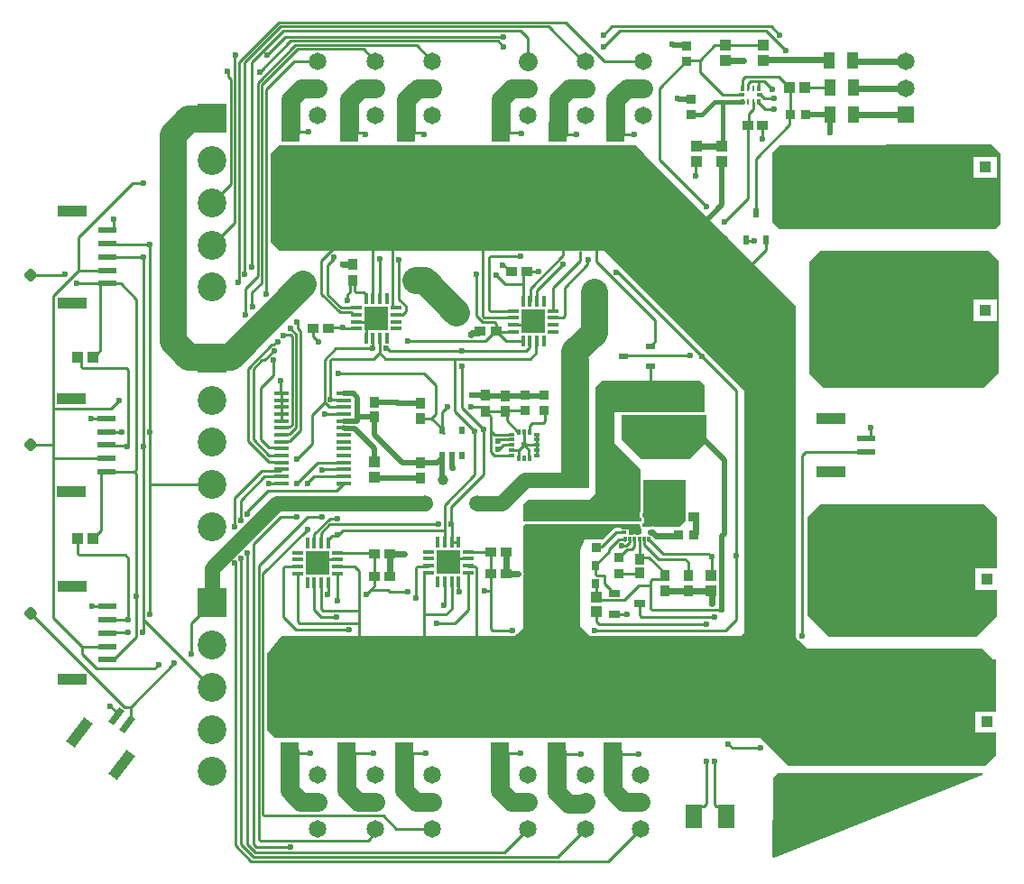
<source format=gtl>
G04*
G04 #@! TF.GenerationSoftware,Altium Limited,Altium Designer,24.1.2 (44)*
G04*
G04 Layer_Physical_Order=1*
G04 Layer_Color=255*
%FSLAX25Y25*%
%MOIN*%
G70*
G04*
G04 #@! TF.SameCoordinates,2D7E79AC-0914-4B2E-807A-CDA8686B17FA*
G04*
G04*
G04 #@! TF.FilePolarity,Positive*
G04*
G01*
G75*
%ADD14C,0.01000*%
%ADD19R,0.11024X0.03937*%
%ADD20R,0.06693X0.02362*%
G04:AMPARAMS|DCode=21|XSize=39.37mil|YSize=110.24mil|CornerRadius=0mil|HoleSize=0mil|Usage=FLASHONLY|Rotation=323.000|XOffset=0mil|YOffset=0mil|HoleType=Round|Shape=Rectangle|*
%AMROTATEDRECTD21*
4,1,4,-0.04889,-0.03217,0.01745,0.05587,0.04889,0.03217,-0.01745,-0.05587,-0.04889,-0.03217,0.0*
%
%ADD21ROTATEDRECTD21*%

G04:AMPARAMS|DCode=22|XSize=23.62mil|YSize=66.93mil|CornerRadius=0mil|HoleSize=0mil|Usage=FLASHONLY|Rotation=323.000|XOffset=0mil|YOffset=0mil|HoleType=Round|Shape=Rectangle|*
%AMROTATEDRECTD22*
4,1,4,-0.02957,-0.01962,0.01071,0.03383,0.02957,0.01962,-0.01071,-0.03383,-0.02957,-0.01962,0.0*
%
%ADD22ROTATEDRECTD22*%

%ADD29R,0.03775X0.03591*%
%ADD30R,0.03961X0.04153*%
%ADD31R,0.04153X0.03961*%
%ADD32R,0.07111X0.07303*%
%ADD34R,0.03773X0.03963*%
%ADD35R,0.03591X0.03775*%
%ADD36R,0.03591X0.04154*%
%ADD37R,0.04154X0.03591*%
%ADD38R,0.03591X0.04453*%
%ADD40R,0.03788X0.03766*%
%ADD41R,0.03150X0.03543*%
%ADD44R,0.06299X0.12598*%
%ADD45R,0.02165X0.03150*%
%ADD46R,0.03812X0.03963*%
%ADD47R,0.03591X0.03970*%
%ADD49R,0.03772X0.03591*%
%ADD50R,0.03961X0.04351*%
%ADD51R,0.03591X0.03772*%
%ADD53R,0.04433X0.03773*%
%ADD69R,0.08661X0.08661*%
%ADD70R,0.04134X0.01378*%
%ADD71R,0.01378X0.04134*%
%ADD72R,0.08661X0.10630*%
%ADD73R,0.02362X0.03347*%
%ADD74R,0.03347X0.02362*%
%ADD75R,0.02480X0.01378*%
%ADD76R,0.01181X0.02284*%
%ADD77R,0.00984X0.02284*%
%ADD78R,0.05906X0.08661*%
%ADD79R,0.03937X0.02756*%
%ADD80R,0.04331X0.03937*%
%ADD81R,0.05807X0.01772*%
%ADD82R,0.11024X0.06299*%
G04:AMPARAMS|DCode=83|XSize=314.96mil|YSize=177.17mil|CornerRadius=44.29mil|HoleSize=0mil|Usage=FLASHONLY|Rotation=0.000|XOffset=0mil|YOffset=0mil|HoleType=Round|Shape=RoundedRectangle|*
%AMROUNDEDRECTD83*
21,1,0.31496,0.08858,0,0,0.0*
21,1,0.22638,0.17717,0,0,0.0*
1,1,0.08858,0.11319,-0.04429*
1,1,0.08858,-0.11319,-0.04429*
1,1,0.08858,-0.11319,0.04429*
1,1,0.08858,0.11319,0.04429*
%
%ADD83ROUNDEDRECTD83*%
%ADD84R,0.01968X0.01181*%
%ADD85R,0.01181X0.01968*%
%ADD86C,0.09843*%
%ADD87C,0.02362*%
%ADD88C,0.01968*%
%ADD89C,0.01575*%
%ADD90C,0.05512*%
%ADD91C,0.07087*%
%ADD92C,0.00500*%
G04:AMPARAMS|DCode=93|XSize=39.37mil|YSize=39.37mil|CornerRadius=9.84mil|HoleSize=0mil|Usage=FLASHONLY|Rotation=112.000|XOffset=0mil|YOffset=0mil|HoleType=Round|Shape=RoundedRectangle|*
%AMROUNDEDRECTD93*
21,1,0.03937,0.01968,0,0,112.0*
21,1,0.01968,0.03937,0,0,112.0*
1,1,0.01968,0.00544,0.01281*
1,1,0.01968,0.01281,-0.00544*
1,1,0.01968,-0.00544,-0.01281*
1,1,0.01968,-0.01281,0.00544*
%
%ADD93ROUNDEDRECTD93*%
G04:AMPARAMS|DCode=94|XSize=39.37mil|YSize=39.37mil|CornerRadius=9.84mil|HoleSize=0mil|Usage=FLASHONLY|Rotation=135.000|XOffset=0mil|YOffset=0mil|HoleType=Round|Shape=RoundedRectangle|*
%AMROUNDEDRECTD94*
21,1,0.03937,0.01968,0,0,135.0*
21,1,0.01968,0.03937,0,0,135.0*
1,1,0.01968,0.00000,0.01392*
1,1,0.01968,0.01392,0.00000*
1,1,0.01968,0.00000,-0.01392*
1,1,0.01968,-0.01392,0.00000*
%
%ADD94ROUNDEDRECTD94*%
G04:AMPARAMS|DCode=95|XSize=39.37mil|YSize=39.37mil|CornerRadius=9.84mil|HoleSize=0mil|Usage=FLASHONLY|Rotation=225.000|XOffset=0mil|YOffset=0mil|HoleType=Round|Shape=RoundedRectangle|*
%AMROUNDEDRECTD95*
21,1,0.03937,0.01968,0,0,225.0*
21,1,0.01968,0.03937,0,0,225.0*
1,1,0.01968,-0.01392,0.00000*
1,1,0.01968,0.00000,0.01392*
1,1,0.01968,0.01392,0.00000*
1,1,0.01968,0.00000,-0.01392*
%
%ADD95ROUNDEDRECTD95*%
G04:AMPARAMS|DCode=96|XSize=39.37mil|YSize=39.37mil|CornerRadius=9.84mil|HoleSize=0mil|Usage=FLASHONLY|Rotation=0.000|XOffset=0mil|YOffset=0mil|HoleType=Round|Shape=RoundedRectangle|*
%AMROUNDEDRECTD96*
21,1,0.03937,0.01968,0,0,0.0*
21,1,0.01968,0.03937,0,0,0.0*
1,1,0.01968,0.00984,-0.00984*
1,1,0.01968,-0.00984,-0.00984*
1,1,0.01968,-0.00984,0.00984*
1,1,0.01968,0.00984,0.00984*
%
%ADD96ROUNDEDRECTD96*%
%ADD97C,0.06496*%
%ADD98C,0.10630*%
%ADD99R,0.10630X0.10630*%
%AMCUSTOMSHAPE100*
4,1,6,-0.03366,0.00551,-0.03642,0.00276,-0.03642,-0.00276,-0.03366,-0.00551,0.03642,-0.00551,0.03642,0.00551,-0.03366,0.00551,0.0*%
%ADD100CUSTOMSHAPE100*%

%AMCUSTOMSHAPE101*
4,1,6,0.03799,-0.00551,0.03799,0.00551,-0.03642,0.00551,-0.03799,0.00394,-0.03799,-0.00394,-0.03642,-0.00551,0.03799,-0.00551,0.0*%
%ADD101CUSTOMSHAPE101*%

%AMCUSTOMSHAPE102*
4,1,6,0.00551,0.00886,-0.00551,0.00886,-0.00551,-0.00728,-0.00394,-0.00886,0.00394,-0.00886,0.00551,-0.00728,0.00551,0.00886,0.0*%
%ADD102CUSTOMSHAPE102*%

%AMCUSTOMSHAPE103*
4,1,6,0.00886,-0.00551,0.00886,0.00551,-0.00728,0.00551,-0.00886,0.00394,-0.00886,-0.00394,-0.00728,-0.00551,0.00886,-0.00551,0.0*%
%ADD103CUSTOMSHAPE103*%

%AMCUSTOMSHAPE104*
4,1,5,-0.00051,-0.00551,-0.00886,0.00284,-0.00886,0.00551,0.00886,0.00551,0.00886,-0.00551,-0.00051,-0.00551,0.0*%
%ADD104CUSTOMSHAPE104*%

%AMCUSTOMSHAPE105*
4,1,6,-0.01968,0.00551,-0.01968,-0.00551,0.01811,-0.00551,0.01968,-0.00394,0.01968,0.00394,0.01811,0.00551,-0.01968,0.00551,0.0*%
%ADD105CUSTOMSHAPE105*%

%AMCUSTOMSHAPE106*
4,1,6,0.01595,-0.00551,0.01870,-0.00276,0.01870,0.00276,0.01595,0.00551,-0.01870,0.00551,-0.01870,-0.00551,0.01595,-0.00551,0.0*%
%ADD106CUSTOMSHAPE106*%

%ADD107R,0.03937X0.03937*%
%ADD108R,0.06496X0.06496*%
%ADD109R,0.03937X0.05906*%
%ADD110C,0.02362*%
%ADD111C,0.05906*%
%ADD112C,0.03937*%
G36*
X107087Y-89173D02*
X107087Y-115157D01*
X105118Y-117126D01*
X25591D01*
X22835Y-114370D01*
Y-88779D01*
X25389Y-86225D01*
X103747Y-85834D01*
X107087Y-89173D01*
D02*
G37*
G36*
X106693Y-129134D02*
X106693Y-170079D01*
X101181Y-175591D01*
X41732D01*
X36614Y-170473D01*
X36614Y-129134D01*
X40551Y-125197D01*
X102756D01*
X106693Y-129134D01*
D02*
G37*
G36*
X-1575Y-195669D02*
X-7874Y-201969D01*
X-25591D01*
X-32677Y-194882D01*
Y-185827D01*
X-1575D01*
Y-195669D01*
D02*
G37*
G36*
X-44882Y-164827D02*
X-44882Y-212598D01*
X-49885Y-212598D01*
X-52756Y-207677D01*
X-50787Y-204921D01*
Y-170079D01*
X-45344Y-164635D01*
X-44882Y-164827D01*
D02*
G37*
G36*
X-3937Y-173228D02*
X-1969Y-175197D01*
X-1969Y-184646D01*
X-35433D01*
Y-196063D01*
X-25727Y-205769D01*
Y-209426D01*
X-25745Y-209452D01*
X-25823Y-209843D01*
Y-221486D01*
X-25878Y-221523D01*
X-26100Y-221854D01*
X-26177Y-222244D01*
Y-223346D01*
X-26100Y-223737D01*
X-25878Y-224067D01*
X-25727Y-224168D01*
Y-225105D01*
X-25788Y-225197D01*
X-32677D01*
X-32715Y-225159D01*
X-46201Y-225074D01*
X-46417Y-224984D01*
X-47284D01*
X-47480Y-225065D01*
X-69291Y-224927D01*
X-69291Y-218898D01*
X-67323Y-216929D01*
X-44882D01*
X-42520Y-214904D01*
Y-175591D01*
X-40157Y-173228D01*
X-3937Y-173228D01*
D02*
G37*
G36*
X-9055Y-220581D02*
X-9240D01*
Y-224989D01*
X-11119Y-226867D01*
X-11405Y-227153D01*
X-14713D01*
Y-227165D01*
X-20259D01*
X-20452Y-227036D01*
X-21303Y-226867D01*
X-21303Y-226867D01*
X-22130D01*
X-22981Y-227036D01*
X-23175Y-227165D01*
X-24748D01*
Y-226850D01*
X-24803Y-226574D01*
Y-225900D01*
X-24712Y-225839D01*
X-24491Y-225508D01*
X-24414Y-225118D01*
Y-224016D01*
X-24491Y-223626D01*
X-24712Y-223295D01*
X-24803Y-223234D01*
Y-209843D01*
X-9055D01*
X-9055Y-220581D01*
D02*
G37*
G36*
X-24409Y-89370D02*
Y-89370D01*
X31496Y-145276D01*
X31496Y-168504D01*
D01*
Y-168508D01*
Y-176772D01*
X31491D01*
X31432Y-267652D01*
X31432D01*
X31777Y-267997D01*
X32009Y-268558D01*
X32623Y-269172D01*
X33184Y-269404D01*
X35827Y-272047D01*
X100394D01*
X104331Y-275984D01*
X105512D01*
Y-295276D01*
X97835D01*
Y-303150D01*
X105512D01*
Y-311417D01*
X101575Y-315354D01*
X28740D01*
X18525Y-305139D01*
X-160655Y-305093D01*
X-163825Y-301923D01*
Y-274172D01*
X-158602Y-267323D01*
X-74176D01*
X-73662Y-267535D01*
X-72795D01*
X-72281Y-267323D01*
X-71993Y-267203D01*
X-71379Y-266590D01*
X-71273Y-266333D01*
X-69291Y-264505D01*
Y-245733D01*
X-69236Y-245600D01*
X-69115Y-245418D01*
X-69072Y-245203D01*
X-68988Y-245001D01*
Y-244782D01*
X-68945Y-244567D01*
X-68988Y-244352D01*
Y-244133D01*
X-69072Y-243931D01*
X-69115Y-243716D01*
X-69236Y-243534D01*
X-69291Y-243401D01*
Y-226772D01*
X-68504Y-225984D01*
X-65745D01*
Y-226079D01*
X-59783D01*
Y-226079D01*
X-59711Y-226008D01*
X-47487Y-226085D01*
X-47484Y-226084D01*
X-47480Y-226085D01*
X-47289Y-226047D01*
X-47096Y-226010D01*
X-47093Y-226008D01*
X-47090Y-226008D01*
X-47081Y-226004D01*
X-46619D01*
X-46591Y-226016D01*
X-46457Y-226042D01*
Y-226181D01*
X-32855D01*
X-32677Y-226217D01*
X-26000D01*
Y-226890D01*
X-25922Y-227280D01*
X-25701Y-227611D01*
X-25615Y-227669D01*
X-25591Y-227705D01*
Y-229766D01*
X-25689Y-229847D01*
X-26791D01*
X-27126Y-229913D01*
X-27461Y-229847D01*
X-28563D01*
X-28898Y-229913D01*
X-29232Y-229847D01*
X-30118D01*
Y-227953D01*
X-30504D01*
X-30539Y-227901D01*
X-30870Y-227680D01*
X-31260Y-227603D01*
X-31962D01*
X-32169Y-227561D01*
X-34938D01*
X-35524Y-227678D01*
X-36020Y-228009D01*
X-39703Y-231693D01*
X-46531D01*
X-48046Y-235710D01*
X-48022Y-263789D01*
X-44488Y-267323D01*
X-43861D01*
X-43347Y-267535D01*
X-42480D01*
X-41966Y-267323D01*
X11417D01*
X12598Y-266142D01*
Y-176772D01*
X-38976Y-125197D01*
X-69132D01*
X-69645Y-124984D01*
X-70513D01*
X-71026Y-125197D01*
X-159055D01*
X-162598Y-121653D01*
Y-89370D01*
X-159449Y-86221D01*
X-27559D01*
X-24409Y-89370D01*
D02*
G37*
G36*
X105905Y-223622D02*
Y-242520D01*
X97835D01*
Y-250394D01*
X105905D01*
Y-260027D01*
X98216Y-267717D01*
X43701D01*
X35827Y-259843D01*
X35827Y-223622D01*
X40551Y-218898D01*
X101181D01*
X105905Y-223622D01*
D02*
G37*
G36*
X100637Y-318610D02*
X23376Y-349515D01*
X22963Y-349232D01*
X23228Y-321654D01*
Y-319685D01*
X24803Y-318110D01*
X100541D01*
X100637Y-318610D01*
D02*
G37*
%LPC*%
G36*
X105827Y-90276D02*
X97165D01*
Y-98150D01*
X105827D01*
Y-90276D01*
D02*
G37*
G36*
Y-143032D02*
X97165D01*
Y-150906D01*
X105827D01*
Y-143032D01*
D02*
G37*
%LPD*%
D14*
X-57930Y-149697D02*
X-54523D01*
X-53937Y-149111D02*
Y-138583D01*
X-54523Y-149697D02*
X-53937Y-149111D01*
X-34277Y-133071D02*
X-33596Y-133752D01*
X-33571D01*
X-34646Y-133071D02*
X-34277D01*
X-33571Y-133752D02*
X-3150Y-164173D01*
X20563Y-43701D02*
X27953Y-51090D01*
X-33465Y-43701D02*
X20563D01*
X27953Y-51181D02*
Y-51090D01*
X-36295Y-42201D02*
X22516D01*
X25591Y-45276D01*
X-39370D02*
X-36295Y-42201D01*
X-39370Y-49606D02*
X-33465Y-43701D01*
X19252Y-49173D02*
X19606Y-49528D01*
X5565Y-49173D02*
X19252D01*
X1696D02*
X5565D01*
X-3900Y-54768D02*
X1696Y-49173D01*
X-41057Y-263161D02*
X-1350D01*
X-42205Y-262013D02*
X-41057Y-263161D01*
X1394Y-260417D02*
X1575Y-260236D01*
X-25398Y-260417D02*
X1394D01*
X-21462Y-257874D02*
X4331D01*
X-22047Y-257288D02*
X-21462Y-257874D01*
X-22047Y-257288D02*
Y-248819D01*
X8055Y-308842D02*
X18464D01*
X6693Y-307480D02*
X8055Y-308842D01*
X57642Y-194390D02*
X58374D01*
X59055Y-193709D01*
Y-190551D01*
X35335Y-199311D02*
X57642D01*
X33858Y-267323D02*
Y-200787D01*
X35335Y-199311D01*
X5512Y-265354D02*
X9449Y-261417D01*
Y-176772D01*
X-3150Y-164173D02*
X9449Y-176772D01*
X-238750Y-134026D02*
X-238583Y-133858D01*
X-250900Y-134026D02*
X-238750D01*
X-251067Y-134193D02*
X-250900Y-134026D01*
X-242791Y-183279D02*
Y-141630D01*
X-233465Y-132303D01*
X-234252Y-137008D02*
X-234035Y-137224D01*
X-224785D01*
X-222638D02*
X-217894D01*
X-224785D02*
X-222638D01*
X-242791Y-196850D02*
Y-183279D01*
Y-201754D02*
Y-196850D01*
X-251067Y-196809D02*
X-242833D01*
X-242791Y-196850D01*
X-221654Y-293307D02*
X-219408Y-295552D01*
Y-297063D02*
Y-295552D01*
X-221654Y-293307D02*
Y-293307D01*
X-216455Y-293702D02*
X-214175D01*
X-251055Y-259102D02*
X-216455Y-293702D01*
X-26264Y-238237D02*
Y-231669D01*
X-18414Y-246457D02*
X-16921Y-244964D01*
X-26182Y-238318D02*
X-22745D01*
X-214175Y-298721D02*
Y-293702D01*
X-215478Y-300025D02*
X-214175Y-298721D01*
Y-293702D02*
X-198031Y-277559D01*
X-232283Y-274016D02*
Y-271240D01*
Y-274016D02*
X-226772Y-279528D01*
X-191732Y-262874D02*
X-184055Y-255197D01*
X-191732Y-274016D02*
Y-262874D01*
X-209449Y-261288D02*
X-184359Y-286378D01*
X-184055D01*
X-232283Y-271240D02*
X-232283Y-271240D01*
X-242791Y-260732D02*
X-232283Y-271240D01*
X-232283Y-271240D02*
X-222638D01*
X-242791Y-260732D02*
Y-201754D01*
X-226772Y-279528D02*
X-205512D01*
X-165354Y-333273D02*
X-164769Y-333858D01*
X-120866D02*
X-116012Y-338713D01*
X-164769Y-333858D02*
X-120866D01*
X-165354Y-333273D02*
Y-244488D01*
X-56602Y-349213D02*
X-46102Y-338713D01*
X-168898Y-349213D02*
X-56602D01*
X-173622Y-344488D02*
X-168898Y-349213D01*
X-116012Y-338713D02*
X-102679D01*
X-171260Y-344488D02*
X-168291Y-347457D01*
X-167918Y-345276D02*
X-155118D01*
X-166929Y-342375D02*
Y-241339D01*
X-168291Y-347457D02*
X-76068D01*
X-166343Y-342961D02*
X-126425D01*
X-166929Y-342375D02*
X-166343Y-342961D01*
X-76068Y-347457D02*
X-67324Y-338713D01*
X-126425Y-342961D02*
X-125396Y-341931D01*
X-82968Y-184338D02*
X-75784D01*
X-74985D01*
X-75784D02*
X-75197Y-184925D01*
X-74985Y-184338D02*
X-74801Y-184154D01*
X-68622D01*
X-174165Y-55268D02*
X-159555Y-40657D01*
X-126177Y-43657D02*
X-70122D01*
X-157087Y-46063D02*
X-76378D01*
X-127419Y-40657D02*
X-127419Y-40657D01*
X-126798Y-42157D02*
X-126798Y-42157D01*
X-127419Y-40657D02*
X-53420D01*
X-172047Y-55512D02*
X-158693Y-42157D01*
X-126177Y-43657D02*
X-126177Y-43657D01*
X-157766Y-43657D02*
X-126177D01*
X-158693Y-42157D02*
X-126798D01*
X-53420Y-40657D02*
X-39168Y-54909D01*
X-59811Y-42157D02*
X-47059Y-54909D01*
X-159555Y-40657D02*
X-127419D01*
X-126798Y-42157D02*
X-59811D01*
X-169455Y-55347D02*
X-157766Y-43657D01*
X-70122Y-43657D02*
X-67324Y-46455D01*
X-35354Y-259370D02*
X-30787D01*
X-30709Y-259449D01*
X-35433Y-259291D02*
X-35354Y-259370D01*
X-143780Y-239232D02*
X-137776D01*
X-145059Y-240512D02*
X-143780Y-239232D01*
X-22146Y-173917D02*
X-22047Y-174016D01*
X-22146Y-173917D02*
Y-167757D01*
X-3750Y-330358D02*
X-2372D01*
X-6203Y-334189D02*
Y-332811D01*
X-3750Y-330358D01*
X-2372D02*
X-1518Y-329504D01*
Y-313835D01*
X1575Y-329762D02*
X2299Y-330487D01*
X1575Y-329762D02*
Y-313779D01*
X2299Y-330487D02*
X3549D01*
X6002Y-334189D02*
Y-332939D01*
X3549Y-330487D02*
X6002Y-332939D01*
X-86614Y-149059D02*
Y-133858D01*
Y-149059D02*
X-84288Y-151386D01*
X-88800Y-115531D02*
X-84252Y-120079D01*
Y-149300D02*
Y-120079D01*
X-83666Y-149886D02*
X-72686D01*
X-84252Y-149300D02*
X-83666Y-149886D01*
X-114961Y-142913D02*
X-112598Y-145276D01*
X-113778Y-148581D02*
X-112598Y-147401D01*
Y-145276D01*
X-114961Y-142913D02*
Y-128371D01*
X-116144Y-148770D02*
X-115955Y-148581D01*
X-113778D01*
X-117323Y-146022D02*
Y-124310D01*
Y-146022D02*
X-117134Y-146211D01*
X-116144D01*
X-73847Y-132717D02*
X-73565D01*
X-75987Y-130576D02*
X-73847Y-132717D01*
X-76511Y-130576D02*
X-75987D01*
X-76772Y-130315D02*
X-76511Y-130576D01*
X-75681Y-137402D02*
X-69241D01*
X-79134Y-133949D02*
X-75681Y-137402D01*
X-81304Y-127165D02*
X-70079D01*
X-81890Y-146741D02*
Y-127751D01*
X-81304Y-147327D02*
X-72686D01*
X-81890Y-146741D02*
X-81304Y-147327D01*
X-81890Y-127751D02*
X-81304Y-127165D01*
X-84288Y-151386D02*
X-79856D01*
X-69241Y-143882D02*
Y-137402D01*
X-67945Y-132717D02*
X-67852D01*
X-69241Y-137402D02*
Y-134012D01*
X-67852Y-132717D02*
X-67813Y-132677D01*
X-69241Y-134012D02*
X-67945Y-132717D01*
X-78756Y-154911D02*
X-72686D01*
X-79270Y-154791D02*
Y-151972D01*
X-79856Y-151386D02*
X-79270Y-151972D01*
X-79552Y-154791D02*
X-79270D01*
X-31870Y-163898D02*
X-7599D01*
X-31989Y-164017D02*
X-31870Y-163898D01*
X-7599D02*
X-7480Y-163779D01*
X-20973Y-159104D02*
X-20472Y-158603D01*
X-42126Y-129134D02*
X-20472Y-150787D01*
Y-158603D02*
Y-150787D01*
X-20973Y-159596D02*
Y-159104D01*
X-22146Y-160277D02*
X-21654D01*
X-20973Y-159596D01*
X-67813Y-132677D02*
X-63386D01*
X-54331Y-126772D02*
Y-124225D01*
X-64123Y-139713D02*
X-54331Y-129921D01*
X-66493Y-138934D02*
X-54331Y-126772D01*
X-66493Y-143693D02*
Y-138934D01*
X-42126Y-129134D02*
Y-124016D01*
X-53937Y-138583D02*
X-45384Y-130030D01*
Y-128455D01*
X-45276Y-128347D01*
X-58119Y-149886D02*
X-57930Y-149697D01*
X-58119Y-147327D02*
Y-138827D01*
X-48031Y-128740D01*
Y-125289D01*
X-138976Y-127928D02*
Y-127559D01*
X-141339Y-130290D02*
X-138976Y-127928D01*
X-141339Y-141294D02*
X-136422Y-146211D01*
X-141339Y-141294D02*
Y-130290D01*
X-143701Y-141053D02*
Y-128777D01*
X-139370Y-124446D01*
X-143701Y-141053D02*
X-136854Y-147900D01*
X-152812Y-151519D02*
X-152551Y-151780D01*
X-154548Y-189258D02*
Y-156648D01*
X-168898Y-194882D02*
Y-168763D01*
X-162103Y-159847D02*
X-161509D01*
X-155134Y-156062D02*
X-154548Y-156648D01*
X-157472Y-156180D02*
X-156104D01*
X-155986Y-156062D01*
X-155134D01*
X-151548Y-191376D02*
Y-154700D01*
X-168898Y-168763D02*
X-165661Y-165526D01*
X-170866Y-168610D02*
X-162103Y-159847D01*
X-152551Y-153697D02*
Y-151780D01*
X-161509Y-159847D02*
X-160267Y-158606D01*
X-170866Y-195289D02*
Y-168610D01*
X-160267Y-158606D02*
X-159898D01*
X-165661Y-165526D02*
X-164698D01*
X-153048Y-190317D02*
Y-156007D01*
X-152551Y-153697D02*
X-151548Y-154700D01*
X-164698Y-165526D02*
X-161200Y-162028D01*
X-155174Y-153881D02*
X-153048Y-156007D01*
X-157733Y-156440D02*
X-157472Y-156180D01*
X-122098Y-128003D02*
X-122047Y-127953D01*
X-122098Y-142716D02*
Y-128003D01*
X-124707Y-142766D02*
Y-124506D01*
X-124803Y-124409D02*
X-124707Y-124506D01*
X-122148Y-142766D02*
X-122098Y-142716D01*
X-222746Y-276270D02*
X-222638Y-276161D01*
X-212205Y-267894D02*
Y-207279D01*
X-205512Y-279528D02*
X-203937Y-277953D01*
X-220472Y-276161D02*
X-212205Y-267894D01*
X-8701Y-54672D02*
X-8604Y-54768D01*
X-3900D01*
X13858Y-64961D02*
Y-63475D01*
X14801Y-62532D01*
X17795D01*
Y-64961D02*
Y-62532D01*
X20012D01*
X22835Y-65354D01*
X12878Y-60744D02*
X25225D01*
X11980Y-64870D02*
Y-61642D01*
X12878Y-60744D01*
X29428Y-74490D02*
Y-64684D01*
X25225Y-60744D02*
X29164Y-64684D01*
X29260D01*
X11890Y-64961D02*
X11980Y-64870D01*
X16924Y-90950D02*
X29349Y-78525D01*
Y-74679D01*
X29239D02*
X29428Y-74490D01*
X44083Y-64684D02*
X44094Y-64695D01*
X34974Y-64684D02*
X44083D01*
X4488Y-67480D02*
X11457D01*
X-3900Y-59093D02*
X4488Y-67480D01*
X-3900Y-59093D02*
Y-54768D01*
X16924Y-111177D02*
Y-90950D01*
X20000Y-68898D02*
X23622D01*
X13184Y-121019D02*
X13425Y-121260D01*
X16142D01*
X20665Y-124611D02*
Y-121019D01*
X15354Y-129921D02*
X20665Y-124611D01*
X19291Y-83858D02*
Y-78934D01*
X19196Y-78839D02*
X19291Y-78934D01*
X-18898Y-91339D02*
X-1575Y-108661D01*
X-18898Y-91339D02*
Y-64961D01*
X-5512Y-92520D02*
X-5118Y-92126D01*
X-5512Y-97244D02*
Y-92520D01*
X-8701Y-54764D02*
Y-54672D01*
X-18898Y-64961D02*
X-8701Y-54764D01*
X-221468Y-183279D02*
X-218504Y-180315D01*
X-242791Y-183279D02*
X-221468D01*
X-228191Y-164536D02*
X-228095D01*
X-226615Y-163055D02*
Y-162959D01*
X-225466Y-161811D01*
Y-137906D02*
X-224785Y-137224D01*
X-225466Y-161811D02*
Y-137906D01*
X-228095Y-164536D02*
X-226615Y-163055D01*
X-223091Y-191929D02*
X-222992Y-192028D01*
X-215727Y-168504D02*
X-215142Y-169090D01*
X-217421Y-192028D02*
X-217323Y-192126D01*
X-222992Y-192028D02*
X-217421D01*
X-215142Y-197031D02*
Y-169090D01*
X-215354Y-197244D02*
X-215142Y-197031D01*
X-231743Y-168504D02*
X-215727D01*
X-207087Y-192126D02*
Y-122835D01*
Y-211417D02*
Y-192126D01*
X-209449Y-197244D02*
Y-127559D01*
Y-261288D02*
Y-197244D01*
X-232328Y-167918D02*
X-231743Y-168504D01*
X-232328Y-167918D02*
Y-166016D01*
X-233809Y-164536D02*
X-232328Y-166016D01*
X-233905Y-164536D02*
X-233809D01*
X-216142Y-237402D02*
X-214961Y-238583D01*
X-233319Y-237402D02*
X-216142D01*
X-214961Y-261417D02*
Y-238583D01*
X-233905Y-236816D02*
X-233319Y-237402D01*
X-233905Y-236816D02*
Y-231428D01*
X-228191D02*
X-228095D01*
X-226615Y-229947D02*
Y-229851D01*
X-225256Y-228492D02*
Y-207374D01*
X-228095Y-231428D02*
X-226615Y-229947D01*
X-224575Y-206693D02*
X-212790D01*
X-226615Y-229851D02*
X-225256Y-228492D01*
Y-207374D02*
X-224575Y-206693D01*
X-42913Y-265354D02*
X5512D01*
X-64312Y-162737D02*
Y-159827D01*
X-140372Y-180101D02*
X-135497D01*
X-173622Y-224803D02*
Y-217323D01*
X-164729Y-208430D01*
X-158451D01*
X-162992Y-211024D02*
X-162975Y-211006D01*
X-158469D01*
X-138108Y-213779D02*
X-135318Y-210989D01*
X-163386Y-213779D02*
X-138108D01*
X-170999Y-221393D02*
X-163386Y-213779D01*
X-140339Y-179921D02*
Y-165546D01*
X-139753Y-164961D01*
X-124308D02*
X-122148Y-162800D01*
X-142520Y-165354D02*
X-138370Y-161205D01*
X-139753Y-164961D02*
X-124308D01*
X-119987D02*
X-94488D01*
X-122148Y-162800D02*
X-119987Y-164961D01*
X-221153Y-117539D02*
X-220472Y-116858D01*
X-222638Y-117539D02*
X-221153D01*
X-220472Y-116858D02*
Y-113386D01*
X-233465Y-132303D02*
Y-120079D01*
X-213386Y-100000D01*
X-209449D01*
X-233465Y-132303D02*
X-222638D01*
X-75787Y-184335D02*
X-75784Y-184338D01*
X-82970D02*
X-82968D01*
X-84356Y-182857D02*
X-82970Y-184243D01*
X-81583Y-185988D02*
X-81263Y-186309D01*
Y-191572D02*
Y-186309D01*
X-166535Y-59055D02*
X-155043Y-47563D01*
X-78421D01*
X-169455Y-130939D02*
Y-55347D01*
X-172047Y-133858D02*
Y-55512D01*
X-163779Y-52756D02*
X-157087Y-46063D01*
X-174165Y-101676D02*
Y-55268D01*
X-175665Y-52831D02*
X-175591Y-52756D01*
X-175665Y-101054D02*
Y-52831D01*
X-174228Y-101739D02*
X-174165Y-101676D01*
X-177165Y-100433D02*
Y-61724D01*
X-175728Y-114587D02*
Y-101117D01*
X-175665Y-101054D01*
X-184055Y-107323D02*
X-177165Y-100433D01*
X-178086Y-60804D02*
X-177165Y-61724D01*
X-174228Y-136433D02*
Y-101739D01*
X-178347Y-58661D02*
X-178086Y-58922D01*
Y-60804D02*
Y-58922D01*
X-184055Y-122913D02*
X-175728Y-114587D01*
X-158661Y-177511D02*
Y-173228D01*
X-207087Y-258182D02*
Y-211417D01*
X-207067Y-211437D01*
X-184055D01*
X-137528Y-230134D02*
X-135741Y-228346D01*
X-98130D01*
X-137795Y-230134D02*
X-137528D01*
X-138056Y-230395D02*
X-137795Y-230134D01*
X-146339Y-233228D02*
Y-229680D01*
X-140628Y-226091D02*
X-100394D01*
X-143780Y-229242D02*
X-140628Y-226091D01*
X-140568Y-223909D02*
X-137795D01*
X-146339Y-229680D02*
X-140568Y-223909D01*
X-77137Y-81394D02*
X-70550D01*
X-70054Y-81890D02*
X-69685D01*
X-70550Y-81394D02*
X-70054Y-81890D01*
X-77507Y-81024D02*
X-77137Y-81394D01*
X-111917Y-81469D02*
X-106910D01*
X-112362Y-81024D02*
X-111917Y-81469D01*
X-106910D02*
X-106314Y-82064D01*
X-105946D01*
X-133189Y-81260D02*
X-128536D01*
X-127744Y-82052D01*
X-133425Y-81024D02*
X-133189Y-81260D01*
X-127744Y-82052D02*
X-127375D01*
X5118Y-114567D02*
X13875Y-105810D01*
Y-78839D01*
X-81583Y-185988D02*
Y-185723D01*
X-82968Y-184338D02*
X-81583Y-185723D01*
X-73713Y-193004D02*
X-73622Y-192913D01*
X-79921D02*
X-73622D01*
X-71350Y-191642D02*
X-70957D01*
X-75197Y-187795D02*
Y-184925D01*
X-70866Y-192126D02*
Y-191732D01*
X-70957Y-191642D02*
X-70866Y-191732D01*
X-75197Y-187795D02*
X-71350Y-191642D01*
X-61193Y-188166D02*
Y-185160D01*
X-65917Y-188752D02*
X-61779D01*
X-61193Y-188166D01*
X-84631Y-182677D02*
X-84451Y-182857D01*
X-88583Y-182677D02*
X-84631D01*
X-84451Y-182857D02*
X-84356D01*
X-61647Y-184419D02*
X-61024Y-183796D01*
X-95620Y-232785D02*
Y-226091D01*
X-66682Y-143882D02*
X-66493Y-143693D01*
X-64123Y-143882D02*
Y-139713D01*
X-141683Y-153543D02*
X-135827D01*
X-136019Y-153888D02*
X-130711D01*
X394Y-245468D02*
Y-238189D01*
X-22720Y-231669D02*
X-17382Y-237008D01*
X-171653Y-148819D02*
Y-139010D01*
X-167173Y-134530D01*
X-174409Y-136614D02*
X-174228Y-136433D01*
X-167173Y-134530D02*
Y-62942D01*
X-165673Y-136933D02*
Y-63705D01*
X-169300Y-140560D02*
X-165673Y-136933D01*
X-169300Y-145660D02*
Y-140560D01*
X-164173Y-140945D02*
Y-65266D01*
X-169300Y-145660D02*
X-169291Y-145669D01*
X-166142Y-194882D02*
Y-175645D01*
X-161417Y-170920D01*
Y-165354D01*
X-165673Y-63705D02*
X-152532Y-50563D01*
X-164173Y-65266D02*
X-153816Y-54909D01*
X-167173Y-62942D02*
X-153294Y-49063D01*
X-209449Y-265929D02*
Y-261288D01*
X-209661Y-266142D02*
X-209449Y-265929D01*
X-207268Y-259449D02*
X-207220Y-259401D01*
Y-258315D01*
X-207087Y-258182D01*
X-78421Y-47563D02*
X-76378Y-49606D01*
X-67324Y-54909D02*
Y-46455D01*
X-39168Y-54909D02*
X-24884D01*
X-37886Y-350787D02*
X-25811Y-338713D01*
X-169685Y-350787D02*
X-37886D01*
X-175591Y-344882D02*
X-169685Y-350787D01*
X-242791Y-201754D02*
X-242774Y-201772D01*
X-223091D01*
X-137402Y-170472D02*
X-105905D01*
X-101575Y-174803D01*
X-103026Y-186955D02*
X-101575Y-185504D01*
Y-174803D01*
X-135497Y-180101D02*
X-135318Y-180280D01*
X-142339Y-185433D02*
X-142321Y-185416D01*
X-135335D02*
X-135318Y-185398D01*
X-142321Y-185416D02*
X-135335D01*
X-142520Y-181036D02*
X-140717Y-182839D01*
X-135318D01*
X-147244Y-196457D02*
Y-185761D01*
X-142520Y-181036D01*
Y-165354D01*
X-152756Y-201969D02*
X-147244Y-196457D01*
X-222628Y-261407D02*
X-214970D01*
X-222638Y-261398D02*
X-222628Y-261407D01*
X-214970D02*
X-214961Y-261417D01*
X-212790Y-206693D02*
X-212205Y-207279D01*
X-215049Y-266230D02*
X-214961Y-266142D01*
X-222638Y-266319D02*
X-222549Y-266230D01*
X-215049D01*
X-222894Y-197047D02*
X-215551D01*
X-215354Y-197244D01*
X-223091Y-196850D02*
X-222894Y-197047D01*
X-212205Y-206107D02*
Y-142913D01*
X-217894Y-137224D02*
X-212205Y-142913D01*
X-212790Y-206693D02*
X-212205Y-206107D01*
X-222638Y-127382D02*
X-222549Y-127471D01*
X-209537D01*
X-209449Y-127559D01*
X-222638Y-122461D02*
X-222451Y-122648D01*
X-207274D01*
X-207087Y-122835D01*
X-124755Y-161205D02*
Y-157381D01*
X-153294Y-49063D02*
X-108526D01*
X-128246Y-50563D02*
X-123899Y-54909D01*
X-108526Y-49063D02*
X-102679Y-54909D01*
X-152532Y-50563D02*
X-128246D01*
X-47059Y-54909D02*
X-46104D01*
X-138370Y-161205D02*
X-124803D01*
X-222638Y-276161D02*
X-220472D01*
X-175844Y-240387D02*
X-175843Y-240385D01*
Y-240371D01*
X-173622Y-344488D02*
Y-238583D01*
X-175591Y-344882D02*
Y-240371D01*
X-175844Y-240387D02*
X-175844D01*
X-175844Y-240387D02*
Y-240387D01*
X-175843Y-240371D02*
X-175591D01*
X-171260Y-344488D02*
Y-236614D01*
X-168726Y-344468D02*
X-167918Y-345276D01*
X-165354Y-244488D02*
X-148819Y-227953D01*
X-166929Y-241339D02*
X-148925Y-223335D01*
X-168726Y-344468D02*
Y-233293D01*
X-158768Y-223335D01*
X-163216Y-197808D02*
X-158837D01*
X-166142Y-194882D02*
X-163216Y-197808D01*
X-168898Y-194882D02*
X-163027Y-200753D01*
X-158837Y-197808D02*
X-158451Y-198194D01*
X-158811Y-200753D02*
X-158631Y-200573D01*
X-163027Y-200753D02*
X-158811D01*
X-158837Y-202926D02*
X-158451Y-203312D01*
X-170866Y-195289D02*
X-163229Y-202926D01*
X-158837D01*
X-158451Y-195635D02*
X-158066Y-195249D01*
X-155421D02*
X-151548Y-191376D01*
X-158066Y-195249D02*
X-155421D01*
X-155421Y-192690D02*
X-153048Y-190317D01*
X-155421Y-190131D02*
X-154548Y-189258D01*
X-158066Y-192690D02*
X-155421D01*
X-158451Y-193076D02*
X-158066Y-192690D01*
X-146953Y-156591D02*
X-144882Y-158661D01*
X-146953Y-156591D02*
Y-153839D01*
X-158066Y-190131D02*
X-155421D01*
X-158451Y-190517D02*
X-158066Y-190131D01*
X-153816Y-54909D02*
X-145120D01*
X-165706Y-206257D02*
X-158837D01*
X-175803Y-216354D02*
X-165706Y-206257D01*
X-158837D02*
X-158451Y-205871D01*
X-158469Y-211006D02*
X-158451Y-210989D01*
X-175803Y-227165D02*
Y-216354D01*
X-170999Y-222180D02*
Y-221393D01*
X-171260Y-222441D02*
X-170999Y-222180D01*
X-137721Y-211375D02*
X-137335Y-210989D01*
X-135318D01*
X-125396Y-341696D02*
X-123899Y-340200D01*
Y-338713D01*
X-125396Y-341931D02*
Y-341696D01*
X-148925Y-223335D02*
X-143307D01*
X-147474Y-209310D02*
Y-209284D01*
X-146619Y-208430D01*
X-148819Y-211024D02*
Y-210655D01*
X-147474Y-209310D01*
X-146619Y-208430D02*
X-135318D01*
X-145044Y-203312D02*
X-135318D01*
X-152756Y-211024D02*
X-145044Y-203312D01*
X-157215Y-241602D02*
X-152532D01*
X-157801Y-260309D02*
Y-242188D01*
X-157215Y-241602D01*
X-133829Y-310630D02*
X-124409D01*
X-158768Y-223335D02*
X-152756D01*
X-228258Y-256388D02*
X-222726D01*
X-222638Y-256476D01*
X-228346Y-256299D02*
X-228258Y-256388D01*
X-228740Y-187008D02*
X-223091D01*
X-228740Y-187008D02*
X-228740Y-187008D01*
X-26378Y-248819D02*
X-22047D01*
Y-247042D01*
X-25984Y-259832D02*
X-25398Y-260417D01*
X-25984Y-259832D02*
Y-255551D01*
X-42205Y-262013D02*
Y-258425D01*
X-31748Y-254189D02*
X-26378Y-248819D01*
X-40929Y-254189D02*
X-31748D01*
X-42205Y-252913D02*
X-40929Y-254189D01*
X-36902Y-250933D02*
Y-250342D01*
X-36024Y-251811D02*
X-35433D01*
X-36902Y-250933D02*
X-36024Y-251811D01*
X-39031Y-248213D02*
X-36902Y-250342D01*
X-39031Y-248213D02*
Y-245220D01*
X-42402Y-247992D02*
X-42205Y-248189D01*
Y-252913D02*
Y-248189D01*
X-41752Y-245220D02*
X-39031D01*
X-42402Y-241299D02*
Y-241102D01*
Y-244571D02*
X-41752Y-245220D01*
X-42402Y-244571D02*
Y-241299D01*
X-33907Y-237466D02*
X-33858Y-237417D01*
X-37624Y-235455D02*
X-33920Y-231752D01*
X-37624Y-236324D02*
Y-235455D01*
X-42402Y-241102D02*
X-37624Y-236324D01*
X-32810Y-234081D02*
X-32647Y-233918D01*
X-30996D01*
X-33896Y-238545D02*
X-30784Y-235433D01*
X-30996Y-233918D02*
X-29811Y-232733D01*
X-30784Y-235433D02*
X-29134D01*
X-33920Y-231752D02*
X-31555D01*
X-29811Y-232733D02*
Y-231811D01*
X-81087Y-264769D02*
Y-250679D01*
X-80501Y-265354D02*
X-73228D01*
X-81087Y-264769D02*
X-80501Y-265354D01*
X-136422Y-146211D02*
X-130711D01*
X-143780Y-233228D02*
Y-229242D01*
X-139765Y-230395D02*
X-138056D01*
X-141032Y-231661D02*
X-139765Y-230395D01*
X-141220Y-233228D02*
X-141032Y-233039D01*
Y-231661D01*
X-95669Y-226091D02*
Y-219685D01*
X-158631Y-200573D02*
X-158451Y-200753D01*
X-99134Y-191339D02*
Y-190847D01*
Y-191831D02*
Y-191339D01*
Y-191831D02*
X-98551Y-192413D01*
X-143307Y-205906D02*
X-143290Y-205888D01*
X-135335D01*
X-135318Y-205871D01*
X-158661Y-177511D02*
X-158451Y-177721D01*
X-95669Y-219685D02*
X-83858Y-207874D01*
Y-190945D01*
X-98130Y-218915D02*
X-87008Y-207793D01*
Y-191788D01*
X-98130Y-228346D02*
Y-218915D01*
X-158451Y-182839D02*
Y-180280D01*
Y-177721D01*
Y-185398D02*
Y-182839D01*
X-81087Y-250679D02*
Y-244569D01*
X-83356Y-250679D02*
X-81087D01*
X-81085Y-244567D02*
Y-236378D01*
X-83465Y-250787D02*
X-83356Y-250679D01*
X-75330Y-158449D02*
X-69241D01*
X-79270Y-154791D02*
X-78988D01*
X-75330Y-158449D01*
X-142028Y-153888D02*
X-141683Y-153543D01*
X-111811Y-158268D02*
X-83028D01*
X-79552Y-154791D01*
X-127455Y-142577D02*
X-127266Y-142766D01*
X-128041Y-140551D02*
X-127455Y-141137D01*
X-131535Y-139965D02*
X-130950Y-140551D01*
X-131535Y-139965D02*
Y-136006D01*
X-130950Y-140551D02*
X-128041D01*
X-127455Y-142577D02*
Y-141137D01*
X-134252Y-143307D02*
Y-141339D01*
X-133071Y-136714D02*
X-132283Y-135927D01*
X-133071Y-140157D02*
Y-136714D01*
X-134252Y-141339D02*
X-133071Y-140157D01*
X-92963Y-251132D02*
X-92913Y-251181D01*
X-93012Y-247402D02*
X-92963Y-247451D01*
Y-251132D02*
Y-247451D01*
X-125591Y-250394D02*
X-119279D01*
X-118491Y-251181D02*
X-111811D01*
X-119279Y-250394D02*
X-118491Y-251181D01*
X-125591Y-250394D02*
X-124016Y-248819D01*
X-127165Y-251969D02*
X-125591Y-250394D01*
X-108661Y-253543D02*
Y-242172D01*
X-108076Y-241587D01*
X-124016Y-248819D02*
Y-245276D01*
X-141279Y-251909D02*
Y-247854D01*
X-141220Y-247795D01*
X-141339Y-251969D02*
X-141279Y-251909D01*
X-137795Y-254331D02*
Y-244370D01*
X-137776Y-244350D01*
X14205Y-74421D02*
X15827Y-72800D01*
X14205Y-78509D02*
Y-74421D01*
X15827Y-72800D02*
Y-70000D01*
X13875Y-78839D02*
X14205Y-78509D01*
X-132278Y-148581D02*
X-132089Y-148770D01*
X-132863Y-147900D02*
X-132278Y-148485D01*
X-132089Y-148770D02*
X-130711D01*
X-132278Y-148581D02*
Y-148485D01*
X-136854Y-147900D02*
X-132863D01*
X-99134Y-190847D02*
Y-184579D01*
X-97244Y-182689D02*
Y-182677D01*
X-99134Y-184579D02*
X-97244Y-182689D01*
X-82970Y-184338D02*
Y-184243D01*
X-87063Y-191788D02*
Y-191677D01*
X-86500Y-267602D02*
Y-242172D01*
X-87086Y-241587D02*
X-86500Y-242172D01*
X-89378Y-241587D02*
X-87086D01*
X-108076D02*
X-104323D01*
X-89567Y-241398D02*
X-89378Y-241587D01*
X-101181Y-262598D02*
X-94488D01*
X-97638Y-259449D02*
X-95571Y-257382D01*
X-105724Y-259449D02*
X-97638D01*
X-95571Y-257382D02*
Y-247402D01*
X-105724Y-259449D02*
Y-244731D01*
Y-267535D02*
Y-259449D01*
X-98425Y-255906D02*
X-98277Y-255758D01*
Y-247549D01*
X-98130Y-247402D01*
X-86614Y-267717D02*
X-86500Y-267602D01*
X-105905Y-267717D02*
X-105724Y-267535D01*
X-105701Y-244146D02*
X-105512Y-243957D01*
X-104134D01*
X-105724Y-244731D02*
X-105701Y-244708D01*
Y-244146D01*
X-104323Y-241587D02*
X-104134Y-241398D01*
X-94488Y-262598D02*
X-89567Y-257677D01*
Y-243957D01*
X-55805Y-311024D02*
X-47638D01*
X-55930Y-310898D02*
X-55805Y-311024D01*
X-35420Y-310935D02*
X-26466D01*
X-26378Y-311024D01*
X-76735Y-310630D02*
X-70079D01*
X-137776Y-241791D02*
X-131437D01*
X-129921Y-267717D02*
Y-243307D01*
X-131437Y-241791D02*
X-129921Y-243307D01*
X-151757Y-262789D02*
X-130134D01*
X-157801Y-260309D02*
X-153140Y-264970D01*
X-133465D01*
X-152342Y-262203D02*
X-151757Y-262789D01*
X-152342Y-262203D02*
Y-244350D01*
X-146339Y-257686D02*
X-143757Y-260268D01*
X-138189D01*
X-146339Y-257686D02*
Y-247795D01*
X-143780Y-257501D02*
X-143194Y-258087D01*
X-143780Y-257501D02*
Y-247795D01*
X-143194Y-258087D02*
X-130134D01*
X18228Y-67480D02*
X18583D01*
X20000Y-68898D01*
X-95620Y-232785D02*
X-95571Y-232835D01*
X-98130D02*
Y-228346D01*
X-91725Y-183078D02*
X-83858Y-190945D01*
X-91725Y-183078D02*
Y-167770D01*
X-94488Y-184252D02*
X-87063Y-191677D01*
X-81263Y-199446D02*
Y-191572D01*
Y-199446D02*
X-79921Y-200787D01*
X-81263Y-191572D02*
X-81263D01*
X-79921Y-192913D01*
X-94488Y-184252D02*
Y-164961D01*
X-95571Y-232835D02*
X-93012D01*
X-79921Y-200787D02*
X-73622D01*
X-137776Y-236673D02*
X-124465D01*
X-124185Y-236953D01*
X-124016Y-237122D01*
Y-245276D02*
Y-237122D01*
X-81183Y-236280D02*
X-81140Y-236323D01*
X-89567Y-236280D02*
X-81183D01*
X-81140Y-236323D02*
X-81085Y-236378D01*
X-93012Y-248780D02*
Y-247402D01*
X-96850Y-240118D02*
X-95571Y-238839D01*
X-89567D01*
X-78347Y-198425D02*
X-78027D01*
X-76452Y-196850D01*
X-91732Y-162205D02*
X-68110D01*
X-118403D02*
X-91732D01*
X-68110D02*
X-66780Y-160875D01*
Y-158548D01*
X-66682Y-158449D01*
X-119685Y-161081D02*
X-119527D01*
X-118403Y-162205D01*
X-94488Y-164961D02*
X-66535D01*
X-64312Y-162737D01*
X-78347Y-195276D02*
X-78027D01*
X-77633Y-194882D01*
X-122148Y-162800D02*
Y-157333D01*
X-124755Y-157381D02*
X-124707Y-157333D01*
X-103026Y-186955D02*
X-99134Y-190847D01*
X-158451Y-187958D02*
Y-185398D01*
X-107242Y-186955D02*
X-103026D01*
X-154700Y-311026D02*
X-154303Y-310630D01*
X-155539Y-311026D02*
X-154700D01*
X-133990Y-310791D02*
X-133829Y-310630D01*
X-154303D02*
X-147638D01*
X-112505Y-310898D02*
X-112236Y-310630D01*
X-105118D01*
X-77096Y-310992D02*
X-76735Y-310630D01*
X-155145Y-81011D02*
X-148374D01*
X-56142Y-82064D02*
X-49370D01*
X-34928Y-82058D02*
X-28156D01*
X-27609Y-64069D02*
X-25725D01*
X-24884Y-64909D01*
X-29134Y-235433D02*
X-28035Y-234335D01*
X-126577Y-150648D02*
Y-150049D01*
Y-151329D02*
X-124707D01*
X-127258Y-157325D02*
Y-153880D01*
X-124707Y-151329D01*
X-22047Y-247042D02*
X-21462Y-246457D01*
X-18414D01*
X-72686Y-152445D02*
X-69233D01*
X-127266Y-157333D02*
X-127258Y-157325D01*
X-130711Y-151329D02*
X-127258D01*
X-76452Y-196850D02*
X-73622D01*
X-77633Y-194882D02*
X-73622D01*
X-28035Y-234335D02*
Y-231669D01*
X-33907Y-238545D02*
X-33896D01*
X-67020Y-201484D02*
Y-198764D01*
X-68898Y-196886D02*
Y-196850D01*
X-67020Y-201484D02*
X-66929Y-201575D01*
X-68898Y-196886D02*
X-67020Y-198764D01*
X-70866Y-201575D02*
Y-198819D01*
X-73622D02*
X-70866D01*
X-68898Y-196850D01*
X-64173D02*
Y-192913D01*
Y-200787D02*
Y-196850D01*
X-68898D02*
X-64173D01*
X-68898D02*
Y-192126D01*
X-3963Y-188653D02*
Y-188563D01*
X-8268Y-244599D02*
Y-240158D01*
X-787Y-237008D02*
X394Y-238189D01*
X-17382Y-237008D02*
X-787D01*
X-22745Y-238318D02*
X-16921Y-244142D01*
X-24492Y-233776D02*
X-19291Y-238976D01*
X-26264Y-238237D02*
X-26182Y-238318D01*
X-24492Y-233776D02*
Y-231669D01*
X-33907Y-244356D02*
X-26783D01*
X-26182Y-243755D01*
X-16921Y-244964D02*
Y-244142D01*
X-19291Y-238976D02*
X-9449D01*
X-8268Y-240158D01*
X-8290Y-244620D02*
X-8268Y-244599D01*
X301Y-245562D02*
X394Y-245468D01*
X-34938Y-229091D02*
X-32169D01*
X-40584Y-234244D02*
X-40092D01*
X-34938Y-229091D01*
X-66929Y-192126D02*
Y-189764D01*
X-65917Y-188752D01*
X17795Y-70551D02*
X20079Y-72835D01*
X17795Y-70551D02*
Y-70000D01*
X20079Y-72835D02*
X23622D01*
D19*
X44453Y-206594D02*
D03*
Y-187106D02*
D03*
X-235827Y-249193D02*
D03*
Y-283445D02*
D03*
Y-144508D02*
D03*
Y-110256D02*
D03*
X-236280Y-213976D02*
D03*
Y-179724D02*
D03*
D20*
X57642Y-194390D02*
D03*
Y-199311D02*
D03*
X-222638Y-256476D02*
D03*
Y-261398D02*
D03*
Y-266319D02*
D03*
Y-271240D02*
D03*
Y-276161D02*
D03*
Y-137224D02*
D03*
Y-132303D02*
D03*
Y-127382D02*
D03*
Y-122461D02*
D03*
Y-117539D02*
D03*
X-223091Y-206693D02*
D03*
Y-201772D02*
D03*
Y-196850D02*
D03*
Y-191929D02*
D03*
Y-187008D02*
D03*
D21*
X-217598Y-314941D02*
D03*
X-233162Y-303213D02*
D03*
D22*
X-219408Y-297063D02*
D03*
X-215478Y-300025D02*
D03*
D29*
X29441Y-74679D02*
D03*
X35163D02*
D03*
D30*
X4370Y-86412D02*
D03*
Y-92126D02*
D03*
X-5118Y-86412D02*
D03*
Y-92126D02*
D03*
X-123980Y-208811D02*
D03*
Y-203097D02*
D03*
X5565Y-54808D02*
D03*
Y-49095D02*
D03*
X19646Y-54808D02*
D03*
Y-49095D02*
D03*
D31*
X34974Y-64684D02*
D03*
X29260D02*
D03*
X-233905Y-164536D02*
D03*
X-228191D02*
D03*
X-233905Y-231428D02*
D03*
X-228191D02*
D03*
D32*
X-155157Y-81024D02*
D03*
Y-89887D02*
D03*
X-36220Y-310298D02*
D03*
Y-301434D02*
D03*
X-56654Y-310298D02*
D03*
Y-301434D02*
D03*
X-77913Y-310298D02*
D03*
Y-301434D02*
D03*
X-113228D02*
D03*
Y-310298D02*
D03*
X-134606Y-301434D02*
D03*
Y-310298D02*
D03*
X-155551D02*
D03*
Y-301434D02*
D03*
X-112362Y-81024D02*
D03*
Y-89887D02*
D03*
X-133425Y-81024D02*
D03*
Y-89887D02*
D03*
X-77507D02*
D03*
Y-81024D02*
D03*
X-56299Y-89887D02*
D03*
Y-81024D02*
D03*
X-35079Y-89887D02*
D03*
Y-81024D02*
D03*
D34*
X-82970Y-184241D02*
D03*
Y-178526D02*
D03*
D35*
X-68622Y-184154D02*
D03*
Y-178432D02*
D03*
X-61417D02*
D03*
Y-184154D02*
D03*
X-7047Y-69068D02*
D03*
Y-74790D02*
D03*
X-8701Y-49275D02*
D03*
Y-54998D02*
D03*
D36*
X-75787Y-184335D02*
D03*
Y-178622D02*
D03*
X-132283Y-135927D02*
D03*
Y-130215D02*
D03*
X-16921Y-245014D02*
D03*
Y-250727D02*
D03*
D37*
X-73565Y-132717D02*
D03*
X-67852D02*
D03*
X-84982Y-154791D02*
D03*
X-79270D02*
D03*
X-124016Y-245276D02*
D03*
X-118303D02*
D03*
X-124185Y-236953D02*
D03*
X-118473D02*
D03*
X-75372Y-244567D02*
D03*
X-81085D02*
D03*
X-75427Y-236323D02*
D03*
X-81140D02*
D03*
X-141240Y-153839D02*
D03*
X-146953D02*
D03*
X-11876Y-223376D02*
D03*
X-6163D02*
D03*
D38*
X-26182Y-244149D02*
D03*
Y-239106D02*
D03*
D40*
X-33907Y-238545D02*
D03*
Y-244458D02*
D03*
X-41969Y-228698D02*
D03*
Y-234610D02*
D03*
D41*
X-42402Y-247992D02*
D03*
Y-241299D02*
D03*
D44*
X35542Y-326969D02*
D03*
Y-307284D02*
D03*
D45*
X-99134Y-191339D02*
D03*
X-91654D02*
D03*
Y-200787D02*
D03*
X-95394D02*
D03*
X-99134D02*
D03*
D46*
X-107242Y-203396D02*
D03*
Y-209111D02*
D03*
Y-186955D02*
D03*
Y-181239D02*
D03*
X-8290Y-245014D02*
D03*
Y-250730D02*
D03*
D47*
X-124165Y-186557D02*
D03*
Y-181031D02*
D03*
D49*
X-11827Y-229948D02*
D03*
X-6103D02*
D03*
D50*
X301Y-245168D02*
D03*
Y-250684D02*
D03*
X-62764Y-222903D02*
D03*
Y-228420D02*
D03*
X-51878Y-222856D02*
D03*
Y-228372D02*
D03*
D51*
X-30897Y-182133D02*
D03*
Y-187858D02*
D03*
X-22039Y-182133D02*
D03*
Y-187858D02*
D03*
X-13023Y-182133D02*
D03*
Y-187858D02*
D03*
X-4204Y-182133D02*
D03*
Y-187858D02*
D03*
D53*
X13875Y-78839D02*
D03*
X19196D02*
D03*
D69*
X-96850Y-240118D02*
D03*
X-145059Y-240512D02*
D03*
X-123427Y-150049D02*
D03*
X-65402Y-151166D02*
D03*
D70*
X-137776Y-244350D02*
D03*
Y-241791D02*
D03*
Y-239232D02*
D03*
Y-236673D02*
D03*
X-152342D02*
D03*
Y-239232D02*
D03*
Y-241791D02*
D03*
Y-244350D02*
D03*
X-89567Y-243957D02*
D03*
Y-241398D02*
D03*
Y-238839D02*
D03*
Y-236280D02*
D03*
X-104134D02*
D03*
Y-238839D02*
D03*
Y-241398D02*
D03*
Y-243957D02*
D03*
X-116144Y-146211D02*
D03*
Y-148770D02*
D03*
Y-151329D02*
D03*
Y-153888D02*
D03*
X-130711D02*
D03*
Y-151329D02*
D03*
Y-148770D02*
D03*
Y-146211D02*
D03*
X-72686Y-147327D02*
D03*
Y-149886D02*
D03*
Y-152445D02*
D03*
Y-155004D02*
D03*
X-58119D02*
D03*
Y-152445D02*
D03*
Y-149886D02*
D03*
Y-147327D02*
D03*
D71*
X-141220Y-233228D02*
D03*
X-143780D02*
D03*
X-146339D02*
D03*
X-148898D02*
D03*
Y-247795D02*
D03*
X-146339D02*
D03*
X-143780D02*
D03*
X-141220D02*
D03*
X-93012Y-232835D02*
D03*
X-95571D02*
D03*
X-98130D02*
D03*
X-100689D02*
D03*
Y-247402D02*
D03*
X-98130D02*
D03*
X-95571D02*
D03*
X-93012D02*
D03*
X-127266Y-142766D02*
D03*
X-124707D02*
D03*
X-122148D02*
D03*
X-119589D02*
D03*
Y-157333D02*
D03*
X-122148D02*
D03*
X-124707D02*
D03*
X-127266D02*
D03*
X-69241Y-158449D02*
D03*
X-66682D02*
D03*
X-64123D02*
D03*
X-61564D02*
D03*
Y-143882D02*
D03*
X-64123D02*
D03*
X-66682D02*
D03*
X-69241D02*
D03*
D72*
X-16863Y-216605D02*
D03*
Y-196526D02*
D03*
D73*
X13184Y-121019D02*
D03*
X20665D02*
D03*
X16924Y-111177D02*
D03*
D74*
X-22146Y-167757D02*
D03*
Y-160277D02*
D03*
X-31989Y-164017D02*
D03*
D75*
X18228Y-67480D02*
D03*
X11457D02*
D03*
D76*
X17795Y-70000D02*
D03*
X11890D02*
D03*
Y-64961D02*
D03*
X17795D02*
D03*
D77*
X15827Y-70000D02*
D03*
X13858D02*
D03*
Y-64961D02*
D03*
X15827D02*
D03*
D78*
X6002Y-334189D02*
D03*
X-6203D02*
D03*
D79*
X-35433Y-251811D02*
D03*
Y-259291D02*
D03*
X-25984Y-255551D02*
D03*
D80*
X-42205Y-258425D02*
D03*
Y-252913D02*
D03*
D81*
X-158451Y-177721D02*
D03*
Y-180280D02*
D03*
Y-182839D02*
D03*
Y-185398D02*
D03*
Y-187958D02*
D03*
Y-190517D02*
D03*
Y-193076D02*
D03*
Y-195635D02*
D03*
Y-198194D02*
D03*
Y-200753D02*
D03*
Y-203312D02*
D03*
Y-205871D02*
D03*
Y-208430D02*
D03*
Y-210989D02*
D03*
X-135318D02*
D03*
Y-208430D02*
D03*
Y-205871D02*
D03*
Y-203312D02*
D03*
Y-200753D02*
D03*
Y-198194D02*
D03*
Y-195635D02*
D03*
Y-193076D02*
D03*
Y-190517D02*
D03*
Y-187958D02*
D03*
Y-185398D02*
D03*
Y-182839D02*
D03*
Y-180280D02*
D03*
Y-177721D02*
D03*
D82*
X63583Y-170276D02*
D03*
Y-223425D02*
D03*
X87205D02*
D03*
Y-170276D02*
D03*
D83*
X74409Y-258661D02*
D03*
X74409Y-287008D02*
D03*
X73740Y-106417D02*
D03*
X73740Y-134764D02*
D03*
D84*
X-73622Y-192913D02*
D03*
Y-194882D02*
D03*
Y-196850D02*
D03*
Y-198819D02*
D03*
Y-200787D02*
D03*
X-64173D02*
D03*
Y-198819D02*
D03*
Y-196850D02*
D03*
Y-194882D02*
D03*
Y-192913D02*
D03*
D85*
X-70866Y-201575D02*
D03*
X-68898D02*
D03*
X-66929D02*
D03*
Y-192126D02*
D03*
X-68898D02*
D03*
X-70866D02*
D03*
D86*
X-42913Y-155472D02*
Y-140551D01*
X-50000Y-207480D02*
Y-162559D01*
X-42913Y-155472D01*
X-183661Y-164272D02*
X-177264D01*
X-184055Y-164665D02*
X-183661Y-164272D01*
X-177264D02*
X-150394Y-137402D01*
X-105512Y-136221D02*
X-93701Y-148031D01*
X-108661Y-136221D02*
X-105512D01*
X-198425Y-158506D02*
Y-82301D01*
X-192660Y-76535D02*
X-184449D01*
X-198425Y-82301D02*
X-192660Y-76535D01*
X-184449Y-164272D02*
X-184055Y-164665D01*
X-192660Y-164272D02*
X-184449D01*
X-198425Y-158506D02*
X-192660Y-164272D01*
X-184449Y-76535D02*
X-184055Y-76142D01*
D87*
X5565Y-54808D02*
X12121D01*
X12205Y-54724D01*
X394Y-255512D02*
Y-250822D01*
X-5549Y-228079D02*
Y-223991D01*
Y-228079D02*
X-5398Y-228230D01*
X-6103Y-229948D02*
X-6012D01*
X-5398Y-229334D02*
Y-228230D01*
X-6445Y-223376D02*
X-6163D01*
X-6012Y-229948D02*
X-5398Y-229334D01*
X-6163Y-223376D02*
X-5549Y-223991D01*
X-85878Y-155406D02*
X-85327Y-154854D01*
X-88083Y-155406D02*
X-85878D01*
X-85327Y-154854D02*
Y-154724D01*
X-88583Y-155905D02*
X-88083Y-155406D01*
X-132605Y-130215D02*
X-132283D01*
X-135827Y-129921D02*
X-132898D01*
X-132605Y-130215D01*
X-5118Y-86412D02*
X4370D01*
X19646Y-54415D02*
X43627D01*
X-75372Y-244567D02*
X-71169D01*
X-113162Y-236953D02*
X-113146Y-236968D01*
X-118473Y-236953D02*
X-113162D01*
X-118303Y-245276D02*
X-118264Y-245236D01*
X-118473Y-236953D02*
X-118388Y-237037D01*
Y-245191D02*
X-118303Y-245276D01*
X-118388Y-245191D02*
Y-237037D01*
X-75427Y-236323D02*
X-75400Y-236350D01*
Y-244539D02*
X-75372Y-244567D01*
X-75400Y-244539D02*
Y-236350D01*
X-8290Y-250730D02*
X-8267Y-250707D01*
X278D01*
X-16920Y-250728D02*
X-8291D01*
X-16921Y-250727D02*
X-16920Y-250728D01*
X-8291D02*
X-8290Y-250730D01*
X-12428Y-230315D02*
X-12061Y-229948D01*
X-20079Y-230315D02*
X-12428D01*
X-12111Y-229899D02*
X-12061Y-229948D01*
X-22130Y-229091D02*
X-21303D01*
X-20079Y-230315D01*
X43627Y-54415D02*
X43898Y-54685D01*
X52756Y-74705D02*
X52834Y-74783D01*
X72047D01*
X52755Y-64940D02*
X72047D01*
X52638Y-64823D02*
X52755Y-64940D01*
X52559Y-54685D02*
X52972Y-55098D01*
X72047D01*
X71969Y-74705D02*
X72047Y-74783D01*
D88*
X4331Y-257874D02*
Y-230459D01*
X5118Y-229671D01*
Y-202362D01*
X-3586Y-193658D02*
X5118Y-202362D01*
X4331Y-120472D02*
X5512D01*
X4370Y-108228D02*
Y-92126D01*
X-19423Y-115262D02*
X-2664D01*
X4370Y-108228D01*
X-75968Y-178620D02*
X-67177D01*
X-84892Y-178576D02*
X-76105D01*
X-87901Y-178528D02*
X-83872D01*
X-12205Y-68898D02*
X-12098D01*
X-11928Y-69068D01*
X-7047D01*
X-49395Y-198815D02*
X-49341Y-198762D01*
X-83872Y-178528D02*
X-83777Y-178623D01*
X-76058Y-178530D02*
X-75968Y-178620D01*
X-76105Y-178576D02*
X-76058Y-178530D01*
X-82970Y-178623D02*
X-82923Y-178576D01*
X-67177Y-178620D02*
X-67087Y-178710D01*
X-83777Y-178623D02*
X-82970D01*
X-67087Y-178710D02*
X-61417D01*
X44094Y-81496D02*
Y-74705D01*
Y-81496D02*
X44094Y-81496D01*
X-99035Y-209626D02*
X-98819Y-209842D01*
X-99035Y-209626D02*
Y-201890D01*
X-135219Y-177820D02*
X-131890D01*
X-107242Y-203396D02*
X-100640D01*
X-113927D02*
X-107242D01*
X-100640D02*
X-99134Y-201890D01*
X-95335Y-205453D02*
X-95276Y-205512D01*
X-95335Y-205453D02*
Y-200847D01*
X-124165Y-193158D02*
X-113927Y-203396D01*
X-124165Y-193158D02*
Y-186557D01*
X-123980Y-208811D02*
X-123811Y-208980D01*
X-115823D01*
X-115748Y-209055D01*
X-88082Y-178347D02*
X-87901Y-178528D01*
X-88189Y-178347D02*
X-88082D01*
X-130315Y-186221D02*
Y-179395D01*
Y-187795D02*
Y-186221D01*
X-135318Y-187958D02*
X-130315D01*
X-129978Y-186557D02*
X-124165D01*
X-130315Y-186221D02*
X-129978Y-186557D01*
X-131890Y-177820D02*
X-130315Y-179395D01*
X-135318Y-177721D02*
X-135219Y-177820D01*
X-115784Y-181067D02*
X-115748Y-181102D01*
X-124165Y-181031D02*
X-124129Y-181067D01*
X-115784D01*
X-115944Y-181332D02*
X-107334D01*
X-131433Y-190615D02*
X-123980Y-198068D01*
X-95394Y-200787D02*
X-95335Y-200847D01*
X-123980Y-203097D02*
Y-198068D01*
X-107288Y-209158D02*
X-107242Y-209111D01*
X-115665Y-209158D02*
X-107288D01*
X-135318Y-190517D02*
X-135219Y-190615D01*
X-131433D01*
X-107334Y-181332D02*
X-107242Y-181239D01*
X-14173Y-48819D02*
X-14067D01*
X-13936Y-48950D01*
X-8701D01*
X34961Y-74803D02*
X43996D01*
X44094Y-74705D01*
D89*
X4370Y-86412D02*
X4449Y-86333D01*
X1654Y-70000D02*
X4449D01*
X11890D01*
X4449Y-86333D02*
Y-70000D01*
X-3137Y-74790D02*
X1654Y-70000D01*
X-7047Y-74790D02*
X-3137D01*
D90*
X-86145Y-218429D02*
X-77090D01*
X-68504Y-209842D01*
X-86221Y-218504D02*
X-86145Y-218429D01*
X-68504Y-209842D02*
X-47931D01*
X-184055Y-255197D02*
Y-242323D01*
X-160236Y-218504D01*
X-105512D01*
D91*
X-35067Y-69061D02*
X-30915Y-64909D01*
X-24884D01*
X-35067Y-81011D02*
Y-69061D01*
X-56287Y-81011D02*
Y-69061D01*
X-52136Y-64909D01*
X-46104D01*
X-56299Y-81024D02*
X-56287Y-81011D01*
X-77495D02*
Y-69061D01*
X-73343Y-64909D01*
X-67324D01*
X-112350Y-81011D02*
Y-69061D01*
X-108199Y-64909D01*
X-102679D01*
X-133413Y-81011D02*
Y-69061D01*
X-129262Y-64909D02*
X-123899D01*
X-133413Y-69061D02*
X-129262Y-64909D01*
X-133425Y-81024D02*
X-133413Y-81011D01*
X-155145Y-80915D02*
Y-69061D01*
X-150994Y-64909D02*
X-145120D01*
X-155145Y-69061D02*
X-150994Y-64909D01*
X-36230Y-324561D02*
X-32079Y-328713D01*
X-36230Y-324561D02*
Y-310406D01*
X-32079Y-328713D02*
X-25811D01*
X-56654Y-325091D02*
Y-310298D01*
X-46632Y-329242D02*
X-46102Y-328713D01*
X-52502Y-329242D02*
X-46632D01*
X-56654Y-325091D02*
X-52502Y-329242D01*
X-77744Y-324561D02*
Y-311026D01*
X-73593Y-328713D02*
X-67324D01*
X-77744Y-324561D02*
X-73593Y-328713D01*
X-108948D02*
X-102679D01*
X-113099Y-324561D02*
X-108948Y-328713D01*
X-113099Y-324561D02*
Y-311026D01*
X-134319Y-324561D02*
Y-311026D01*
X-130168Y-328713D02*
X-123899D01*
X-134319Y-324561D02*
X-130168Y-328713D01*
X-155539Y-324561D02*
Y-310406D01*
X-151388Y-328713D02*
X-145120D01*
X-155539Y-324561D02*
X-151388Y-328713D01*
X-35079Y-81024D02*
X-35067Y-81011D01*
X-77507Y-81024D02*
X-77495Y-81011D01*
X-112362Y-81024D02*
X-112350Y-81011D01*
X-155539Y-311026D02*
Y-310091D01*
X-155551Y-310079D02*
X-155539Y-310091D01*
X-155157Y-81024D02*
X-155145Y-81011D01*
X-67367Y-54952D02*
X-67324Y-54909D01*
D92*
X278Y-250707D02*
X394Y-250822D01*
D93*
X29699Y-343851D02*
D03*
D94*
X-251067Y-196809D02*
D03*
Y-134193D02*
D03*
D95*
X-251055Y-259102D02*
D03*
D96*
X66927Y-309183D02*
D03*
D97*
X-67324Y-74910D02*
D03*
Y-64909D02*
D03*
Y-54909D02*
D03*
X-46102Y-338713D02*
D03*
Y-328713D02*
D03*
Y-318713D02*
D03*
X-145120Y-54909D02*
D03*
Y-64909D02*
D03*
Y-74910D02*
D03*
X-67324Y-338713D02*
D03*
Y-328713D02*
D03*
Y-318713D02*
D03*
X-102679D02*
D03*
Y-328713D02*
D03*
Y-338713D02*
D03*
X-123899D02*
D03*
Y-328713D02*
D03*
Y-318713D02*
D03*
X-145120Y-338713D02*
D03*
Y-328713D02*
D03*
Y-318713D02*
D03*
X-123899Y-74910D02*
D03*
Y-64909D02*
D03*
Y-54909D02*
D03*
X-102679Y-74910D02*
D03*
Y-64909D02*
D03*
Y-54909D02*
D03*
X-24884D02*
D03*
Y-64909D02*
D03*
Y-74910D02*
D03*
X-25811Y-338713D02*
D03*
Y-328713D02*
D03*
Y-318713D02*
D03*
X-46104Y-54909D02*
D03*
Y-64909D02*
D03*
Y-74910D02*
D03*
X72047Y-55098D02*
D03*
Y-64940D02*
D03*
D98*
X-184055Y-138504D02*
D03*
Y-122913D02*
D03*
Y-107323D02*
D03*
Y-91732D02*
D03*
Y-317559D02*
D03*
Y-301969D02*
D03*
Y-286378D02*
D03*
Y-270787D02*
D03*
Y-180256D02*
D03*
Y-195846D02*
D03*
Y-211437D02*
D03*
Y-227028D02*
D03*
D99*
Y-76142D02*
D03*
Y-255197D02*
D03*
Y-164665D02*
D03*
D100*
X-29410Y-227402D02*
D03*
D101*
X-29232Y-224567D02*
D03*
D102*
X-22697Y-231752D02*
D03*
X-24468D02*
D03*
X-26240D02*
D03*
X-28012D02*
D03*
X-29783D02*
D03*
X-31555D02*
D03*
D103*
X-32146Y-229173D02*
D03*
D104*
X-22106D02*
D03*
D105*
X-23189Y-222795D02*
D03*
D106*
X-23110Y-226339D02*
D03*
D107*
X102165Y-246457D02*
D03*
Y-299213D02*
D03*
X101496Y-94213D02*
D03*
Y-146968D02*
D03*
D108*
X72047Y-74783D02*
D03*
D109*
X44094Y-64695D02*
D03*
X52756D02*
D03*
X52559Y-54685D02*
D03*
X43898D02*
D03*
X52756Y-74705D02*
D03*
X44094D02*
D03*
D110*
X-145059Y-243661D02*
D03*
Y-240512D02*
D03*
X-148209D02*
D03*
X-145059Y-237362D02*
D03*
X-141909Y-240512D02*
D03*
X12205Y-54724D02*
D03*
X25591Y-45276D02*
D03*
X27953Y-51181D02*
D03*
X-1350Y-263161D02*
D03*
X1575Y-260236D02*
D03*
X4331Y-257874D02*
D03*
X394Y-255512D02*
D03*
X18464Y-308842D02*
D03*
X59055Y-190551D02*
D03*
X33858Y-267323D02*
D03*
X6693Y-307480D02*
D03*
X9449Y-237795D02*
D03*
X-238583Y-133858D02*
D03*
X-234252Y-137008D02*
D03*
X-221654Y-293307D02*
D03*
X-198031Y-277559D02*
D03*
X-191732Y-274016D02*
D03*
X-155118Y-345276D02*
D03*
X-9843Y-200394D02*
D03*
X-23622D02*
D03*
X-7874Y-198031D02*
D03*
X-25984D02*
D03*
X-76378Y-46063D02*
D03*
X-30709Y-259449D02*
D03*
X-1518Y-313835D02*
D03*
X1575Y-313779D02*
D03*
X82677Y-322835D02*
D03*
X76771D02*
D03*
X70866D02*
D03*
X64960D02*
D03*
X67913Y-328740D02*
D03*
X59055Y-322835D02*
D03*
X62008Y-328740D02*
D03*
X53149Y-322835D02*
D03*
X56102Y-328740D02*
D03*
X53149Y-334646D02*
D03*
X47244Y-322835D02*
D03*
X50197Y-328740D02*
D03*
X41339Y-322835D02*
D03*
X44291Y-328740D02*
D03*
X41339Y-334646D02*
D03*
X29527Y-322835D02*
D03*
Y-334646D02*
D03*
X101575Y-101575D02*
D03*
X104331Y-107087D02*
D03*
X101575Y-112599D02*
D03*
X96063Y-101575D02*
D03*
X98819Y-107087D02*
D03*
X96063Y-112599D02*
D03*
X90551Y-90551D02*
D03*
X93307Y-96063D02*
D03*
Y-107087D02*
D03*
X85039Y-90551D02*
D03*
X87795Y-96063D02*
D03*
X79527Y-90551D02*
D03*
X74016D02*
D03*
X68504D02*
D03*
X62992D02*
D03*
X57480D02*
D03*
X51968D02*
D03*
X54724Y-96063D02*
D03*
X51968Y-101575D02*
D03*
X54724Y-107087D02*
D03*
X51968Y-112599D02*
D03*
X46457Y-90551D02*
D03*
X49213Y-96063D02*
D03*
X46457Y-101575D02*
D03*
X49213Y-107087D02*
D03*
X46457Y-112599D02*
D03*
X40945Y-90551D02*
D03*
X43701Y-96063D02*
D03*
X40945Y-101575D02*
D03*
X43701Y-107087D02*
D03*
X40945Y-112599D02*
D03*
X35433Y-90551D02*
D03*
X38189Y-96063D02*
D03*
X35433Y-101575D02*
D03*
X38189Y-107087D02*
D03*
X35433Y-112599D02*
D03*
X29921Y-90551D02*
D03*
X32677Y-96063D02*
D03*
X29921Y-101575D02*
D03*
X32677Y-107087D02*
D03*
X29921Y-112599D02*
D03*
X27165Y-96063D02*
D03*
Y-107087D02*
D03*
X-88583Y-155905D02*
D03*
X-86614Y-133858D02*
D03*
X-114961Y-128347D02*
D03*
X-76772Y-130315D02*
D03*
X-79134Y-133949D02*
D03*
X-3150Y-164173D02*
D03*
X-7480Y-163779D02*
D03*
X-63386Y-132677D02*
D03*
X-54331Y-129921D02*
D03*
X-34646Y-133071D02*
D03*
X-45276Y-128347D02*
D03*
X-138976Y-127559D02*
D03*
X-135827Y-129921D02*
D03*
X-155174Y-153881D02*
D03*
X-161200Y-162028D02*
D03*
X-159898Y-158606D02*
D03*
X-152812Y-151519D02*
D03*
X-157733Y-156440D02*
D03*
X-122047Y-127953D02*
D03*
X22835Y-65354D02*
D03*
X23622Y-68898D02*
D03*
X16142Y-121260D02*
D03*
X19291Y-83858D02*
D03*
X-1575Y-108661D02*
D03*
X-5512Y-97244D02*
D03*
X-12205Y-68898D02*
D03*
X-218504Y-180315D02*
D03*
X-217323Y-192126D02*
D03*
X-207087D02*
D03*
X-162992Y-211024D02*
D03*
X-220472Y-113386D02*
D03*
X-209449Y-100000D02*
D03*
X-166535Y-59055D02*
D03*
X-163779Y-52756D02*
D03*
X-175591D02*
D03*
X-158661Y-173228D02*
D03*
X-137795Y-223909D02*
D03*
X-69685Y-81890D02*
D03*
X5118Y-114567D02*
D03*
X-39370Y-174803D02*
D03*
X-46457Y-200669D02*
D03*
X-49213Y-181680D02*
D03*
Y-185092D02*
D03*
X-46457Y-197244D02*
D03*
X-49213Y-188504D02*
D03*
X-46457Y-193819D02*
D03*
X-49213Y-191916D02*
D03*
X-46457Y-190394D02*
D03*
Y-186969D02*
D03*
X-49213Y-178268D02*
D03*
Y-205564D02*
D03*
X-46457Y-183543D02*
D03*
Y-204095D02*
D03*
X-49213Y-202152D02*
D03*
X-46457Y-180118D02*
D03*
Y-207520D02*
D03*
X-49213Y-198740D02*
D03*
X-46457Y-176693D02*
D03*
Y-210945D02*
D03*
X-49213Y-195328D02*
D03*
X-68552Y-151166D02*
D03*
X-65402Y-148138D02*
D03*
X-70079Y-127165D02*
D03*
X-171653Y-148819D02*
D03*
X-174409Y-136614D02*
D03*
X-178347Y-58661D02*
D03*
X-169455Y-130939D02*
D03*
X-172047Y-133858D02*
D03*
X-164173Y-140945D02*
D03*
X-169291Y-145669D02*
D03*
X-161417Y-165354D02*
D03*
X-207268Y-259449D02*
D03*
X-76378Y-49606D02*
D03*
X-39370D02*
D03*
Y-45276D02*
D03*
X-203937Y-277953D02*
D03*
X-137402Y-170472D02*
D03*
X-140339Y-179921D02*
D03*
X-142339Y-185433D02*
D03*
X-152756Y-201969D02*
D03*
X-209661Y-266142D02*
D03*
X-214961Y-261417D02*
D03*
X-212205Y-252756D02*
D03*
X-214961Y-266142D02*
D03*
X-215354Y-197244D02*
D03*
X-209449D02*
D03*
Y-127559D02*
D03*
X-207087Y-122835D02*
D03*
X-144882Y-158661D02*
D03*
X-171260Y-222441D02*
D03*
X-173622Y-224803D02*
D03*
X-175803Y-227165D02*
D03*
X-171260Y-236614D02*
D03*
X-173622Y-238583D02*
D03*
X-175844Y-240387D02*
D03*
X-148819Y-211024D02*
D03*
X-152756D02*
D03*
X-148819Y-227953D02*
D03*
X-143307Y-223335D02*
D03*
X-124409Y-310630D02*
D03*
X-152756Y-223335D02*
D03*
X-228740Y-187008D02*
D03*
X-228346Y-256299D02*
D03*
X44094Y-81496D02*
D03*
X23622Y-145669D02*
D03*
X26575Y-151575D02*
D03*
X23622Y-157480D02*
D03*
X26575Y-163386D02*
D03*
X23622Y-169291D02*
D03*
X26575Y-175197D02*
D03*
X23622Y-181102D02*
D03*
X26575Y-187008D02*
D03*
X23622Y-192913D02*
D03*
X26575Y-198819D02*
D03*
X23622Y-204725D02*
D03*
X26575Y-210630D02*
D03*
X23622Y-216535D02*
D03*
X26575Y-222441D02*
D03*
X23622Y-228346D02*
D03*
X26575Y-234252D02*
D03*
X23622Y-240158D02*
D03*
X26575Y-246063D02*
D03*
X23622Y-251969D02*
D03*
X26575Y-257874D02*
D03*
X23622Y-263780D02*
D03*
X26575Y-269685D02*
D03*
X23622Y-275591D02*
D03*
X26575Y-281496D02*
D03*
X23622Y-287402D02*
D03*
X26575Y-293307D02*
D03*
X23622Y-299213D02*
D03*
X17716Y-133858D02*
D03*
X20669Y-139764D02*
D03*
X17716Y-145669D02*
D03*
X20669Y-151575D02*
D03*
X17716Y-157480D02*
D03*
X20669Y-163386D02*
D03*
X17716Y-169291D02*
D03*
X20669Y-175197D02*
D03*
X17716Y-181102D02*
D03*
X20669Y-187008D02*
D03*
X17716Y-192913D02*
D03*
X20669Y-198819D02*
D03*
X17716Y-204725D02*
D03*
X20669Y-210630D02*
D03*
X17716Y-216535D02*
D03*
X20669Y-222441D02*
D03*
X17716Y-228346D02*
D03*
X20669Y-234252D02*
D03*
X17716Y-240158D02*
D03*
X20669Y-246063D02*
D03*
X17716Y-251969D02*
D03*
X20669Y-257874D02*
D03*
X17716Y-263780D02*
D03*
X20669Y-269685D02*
D03*
X17716Y-275591D02*
D03*
X20669Y-281496D02*
D03*
X17716Y-287402D02*
D03*
X20669Y-293307D02*
D03*
X17716Y-299213D02*
D03*
X-32810Y-234081D02*
D03*
X-73228Y-265354D02*
D03*
X-42913D02*
D03*
X-137795Y-230134D02*
D03*
X-100394Y-226091D02*
D03*
X-95669D02*
D03*
X-143307Y-205906D02*
D03*
X-95276Y-205512D02*
D03*
X-6299Y-195276D02*
D03*
X-9843D02*
D03*
X-24016D02*
D03*
X-27559D02*
D03*
X-4724Y-192520D02*
D03*
X-8268D02*
D03*
X-11811D02*
D03*
X-22441D02*
D03*
X-25984D02*
D03*
X-29528D02*
D03*
X-40945Y-216142D02*
D03*
X-11024Y-174803D02*
D03*
X-29921D02*
D03*
X-33071D02*
D03*
X-26772D02*
D03*
X-36220D02*
D03*
X-23622D02*
D03*
X-7874D02*
D03*
X-14173D02*
D03*
X-17323D02*
D03*
X-20472D02*
D03*
X-4724D02*
D03*
X-30315Y-222441D02*
D03*
X-33465D02*
D03*
X-36614D02*
D03*
X-59055Y-218504D02*
D03*
X-62205D02*
D03*
X-65354D02*
D03*
X-43307Y-218110D02*
D03*
X-49606Y-218504D02*
D03*
X-46457D02*
D03*
X-55905D02*
D03*
X-52756D02*
D03*
X-27165Y-222441D02*
D03*
X-83465Y-250787D02*
D03*
X-135827Y-153543D02*
D03*
X-111811Y-158268D02*
D03*
X-134252Y-143307D02*
D03*
X394Y-238189D02*
D03*
X-71169Y-244567D02*
D03*
X-111811Y-251181D02*
D03*
X-92913D02*
D03*
X-108661Y-253543D02*
D03*
X-127165Y-251969D02*
D03*
X-141339D02*
D03*
X-137795Y-254331D02*
D03*
X-115748Y-209055D02*
D03*
X-124803Y-161205D02*
D03*
X-88189Y-178347D02*
D03*
X-97244Y-182677D02*
D03*
X-88583D02*
D03*
X-87063Y-191788D02*
D03*
X-101181Y-262598D02*
D03*
X-98425Y-255906D02*
D03*
X-47638Y-311024D02*
D03*
X-26378D02*
D03*
X-70079Y-310630D02*
D03*
X-133465Y-264970D02*
D03*
X-138189Y-260268D02*
D03*
X-127375Y-82052D02*
D03*
X-113146Y-236968D02*
D03*
X-83858Y-190945D02*
D03*
X-93701Y-240118D02*
D03*
X-96850Y-236968D02*
D03*
X-100000Y-240118D02*
D03*
X-96850D02*
D03*
Y-243268D02*
D03*
X-67716Y-227559D02*
D03*
Y-233858D02*
D03*
X-78347Y-198425D02*
D03*
X-91725Y-167770D02*
D03*
X-91732Y-162205D02*
D03*
X-78347Y-195276D02*
D03*
X-115748Y-181102D02*
D03*
X-119685Y-161081D02*
D03*
X-123427Y-150049D02*
D03*
X-147638Y-310630D02*
D03*
X-105118D02*
D03*
X-65354Y-237008D02*
D03*
X-148374Y-81011D02*
D03*
X-105946Y-82064D02*
D03*
X-49370D02*
D03*
X-28156Y-82058D02*
D03*
X-65402Y-154315D02*
D03*
Y-151166D02*
D03*
X-62252D02*
D03*
X-14173Y-48819D02*
D03*
X-120278Y-150049D02*
D03*
X-123427Y-153199D02*
D03*
X-126577Y-150049D02*
D03*
X-123427Y-146900D02*
D03*
X-55905Y-237008D02*
D03*
X-59055D02*
D03*
X-67716Y-230709D02*
D03*
X-62205Y-237008D02*
D03*
X-52756D02*
D03*
X-46850Y-230315D02*
D03*
Y-227165D02*
D03*
X-37402Y-227559D02*
D03*
X-26772Y-229134D02*
D03*
X-29134D02*
D03*
X-68898Y-196850D02*
D03*
X23622Y-72835D02*
D03*
D111*
X-93701Y-148031D02*
D03*
X-108661Y-136221D02*
D03*
X-42913Y-140551D02*
D03*
X-150394Y-137402D02*
D03*
X-86221Y-218504D02*
D03*
X-105512D02*
D03*
D112*
X-98819Y-209842D02*
D03*
M02*

</source>
